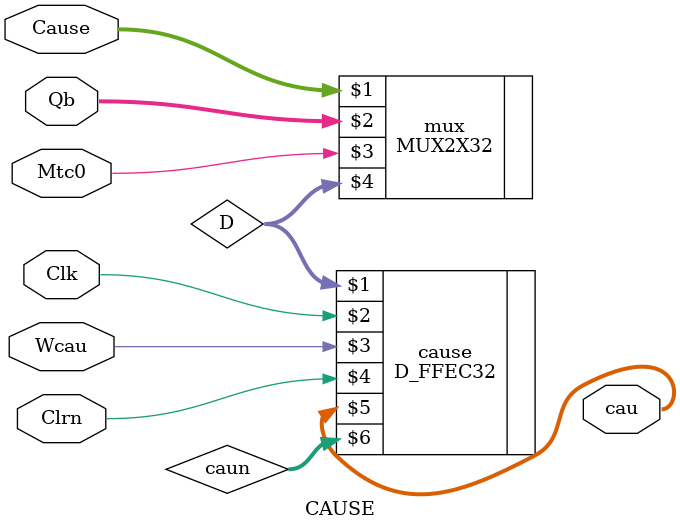
<source format=v>
`timescale 1ns / 1ps


module CAUSE(
    input[31:0] Cause,
    input[31:0] Qb,
    input Mtc0,
    input Clk,
    input Wcau,
    input Clrn,
    output[31:0] cau
);
    wire[31:0] D;
    wire[31:0] caun;
    MUX2X32 mux(Cause,Qb,Mtc0,D);
    D_FFEC32 cause(D,Clk,Wcau,Clrn,cau,caun);
endmodule
</source>
